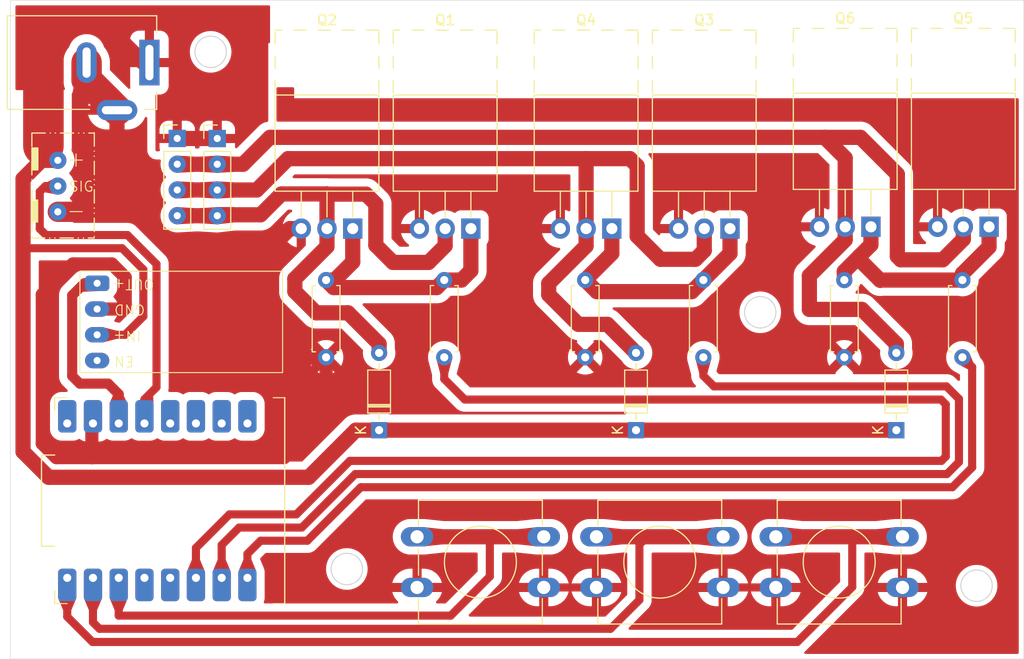
<source format=kicad_pcb>
(kicad_pcb (version 20240108) (generator "pcbnew") (generator_version "8.0")
  (layers (0 "F.Cu" signal) (31 "B.Cu" signal) (34 "B.Paste" user) (35 "F.Paste" user) (36 "B.SilkS" user "B.Silkscreen") (37 "F.SilkS" user "F.Silkscreen") (38 "B.Mask" user) (39 "F.Mask" user) (44 "Edge.Cuts" user))
  (net 0 "")
  (net 8 "GND")
  (net 9 "3v3_esp")
  (net 10 "Net-(Q1-G)")
  (net 11 "GPIO_5_BT")
  (net 12 "GPIO_10")
  (net 13 "GPIO_20")
  (net 14 "GPIO_7_BT")
  (net 15 "GPIO_21")
  (net 16 "GPIO_6_BT")
  (net 17 "VIN_5-12V")
  (net 18 "RED-")
  (net 19 "Net-(Q3-G)")
  (net 20 "Net-(Q5-G)")
  (net 21 "Green-")
  (net 22 "BLUE-")
  (net 23 "GPIO_4")
  (footprint "Connector_PinHeader_2.54mm:PinHeader_1x04_P2.54mm_Vertical" (layer "F.Cu") (at 108.166 87.237)
    (property "Reference" "J4" (hide yes))
    (property "Value" "Conn_01x04_Socket")
    (pad "1" thru_hole rect (at 0 0) (size 1.7 1.7) (drill 0.7) (layers "*.Cu" "*.Mask") (net 17 "VIN_5-12V"))
    (pad "2" thru_hole oval (at 0 2.54) (size 1.7 1.7) (drill 0.7) (layers "*.Cu" "*.Mask") (net 21 "Green-"))
    (pad "3" thru_hole oval (at 0 5.08) (size 1.7 1.7) (drill 0.7) (layers "*.Cu" "*.Mask") (net 18 "RED-"))
    (pad "4" thru_hole oval (at 0 7.62) (size 1.7 1.7) (drill 0.7) (layers "*.Cu" "*.Mask") (net 22 "BLUE-"))
  )
  (footprint "Diode_THT:D_DO-35_SOD27_P7.62mm_Horizontal" (layer "F.Cu") (at 153.435 116.02 90)
    (property "Reference" "D2" (hide yes))
    (property "Value" "SEAN_D")
    (fp_text user "K" (at 0 -1.8 -90) (layer "F.SilkS"))
    (pad "1" thru_hole rect (at 0 0 90) (size 1.6 1.6) (drill 0.8) (layers "*.Cu" "*.Mask") (net 17 "VIN_5-12V"))
    (pad "2" thru_hole oval (at 7.62 0 90) (size 1.6 1.6) (drill 0.8) (layers "*.Cu" "*.Mask") (net 18 "RED-"))
  )
  (footprint "Button_Switch_THT:SW_PUSH-12mm" (layer "F.Cu") (at 149.53 126.54)
    (property "Reference" "SW2" (hide yes))
    (property "Value" "SW_Push")
    (pad "1" thru_hole oval (at 0 0) (size 3.2 1.9) (drill 1.3) (layers "*.Cu" "*.Mask") (net 16 "GPIO_6_BT"))
    (pad "1" thru_hole oval (at 12.5 0) (size 3.2 1.9) (drill 1.3) (layers "*.Cu" "*.Mask") (net 16 "GPIO_6_BT"))
    (pad "2" thru_hole oval (at 0 5) (size 3.2 1.9) (drill 1.3) (layers "*.Cu" "*.Mask") (net 8 "GND"))
    (pad "2" thru_hole oval (at 12.5 5) (size 3.2 1.9) (drill 1.3) (layers "*.Cu" "*.Mask") (net 8 "GND"))
  )
  (footprint "Package_TO_SOT_THT:TO-220-3_Horizontal_TabUp" (layer "F.Cu") (at 162.707 96.13 180)
    (property "Reference" "Q3" (at 2.54 20.58 180) (layer "F.SilkS"))
    (property "Value" "IRF3205")
    (pad "" np_thru_hole oval (at 2.54 16.66 180) (size 3.5 3.5) (drill 3.5) (layers "*.Cu" "*.Mask"))
    (pad "1" thru_hole rect (at 0 0 180) (size 1.905 2) (drill 1.1) (layers "*.Cu" "*.Mask") (net 19 "Net-(Q3-G)"))
    (pad "2" thru_hole oval (at 2.54 0 180) (size 1.905 2) (drill 1.1) (layers "*.Cu" "*.Mask") (net 18 "RED-"))
    (pad "3" thru_hole oval (at 5.08 0 180) (size 1.905 2) (drill 1.1) (layers "*.Cu" "*.Mask") (net 8 "GND"))
  )
  (footprint "Package_TO_SOT_THT:TO-220-3_Horizontal_TabUp" (layer "F.Cu") (at 176.615 95.955 180)
    (property "Reference" "Q6" (at 2.54 20.58 180) (layer "F.SilkS"))
    (property "Value" "IRF3205")
    (pad "" np_thru_hole oval (at 2.54 16.66 180) (size 3.5 3.5) (drill 3.5) (layers "*.Cu" "*.Mask"))
    (pad "1" thru_hole rect (at 0 0 180) (size 1.905 2) (drill 1.1) (layers "*.Cu" "*.Mask") (net 20 "Net-(Q5-G)"))
    (pad "2" thru_hole oval (at 2.54 0 180) (size 1.905 2) (drill 1.1) (layers "*.Cu" "*.Mask") (net 21 "Green-"))
    (pad "3" thru_hole oval (at 5.08 0 180) (size 1.905 2) (drill 1.1) (layers "*.Cu" "*.Mask") (net 8 "GND"))
  )
  (footprint "Connector_PinHeader_2.54mm:PinHeader_1x04_P2.54mm_Vertical" (layer "F.Cu") (at 112.115 87.242)
    (property "Reference" "J3" (hide yes))
    (property "Value" "Conn_01x04_Socket")
    (pad "1" thru_hole rect (at 0 0) (size 1.7 1.7) (drill 0.7) (layers "*.Cu" "*.Mask") (net 17 "VIN_5-12V"))
    (pad "2" thru_hole oval (at 0 2.54) (size 1.7 1.7) (drill 0.7) (layers "*.Cu" "*.Mask") (net 21 "Green-"))
    (pad "3" thru_hole oval (at 0 5.08) (size 1.7 1.7) (drill 0.7) (layers "*.Cu" "*.Mask") (net 18 "RED-"))
    (pad "4" thru_hole oval (at 0 7.62) (size 1.7 1.7) (drill 0.7) (layers "*.Cu" "*.Mask") (net 22 "BLUE-"))
  )
  (footprint "SEAN_connect:SEAN_Neopixel" (layer "F.Cu") (at 96.38 86.855)
    (property "Reference" "J2" (hide yes))
    (property "Value" "SEAN_Neopixel")
    (fp_text user "SIG" (at 1.0414 5.715 0) (layer "F.SilkS") (effects (font (thickness 0.1)) (justify left bottom)))
    (pad "1" thru_hole oval (at 0 7.62) (size 1.7 1.7) (drill 0.7) (layers "*.Cu" "*.Mask") (net 8 "GND"))
    (pad "2" thru_hole oval (at 0 5.08) (size 1.7 1.7) (drill 0.7) (layers "*.Cu" "*.Mask") (net 23 "GPIO_4"))
    (pad "3" thru_hole oval (at 0 2.54) (size 1.7 1.7) (drill 0.7) (layers "*.Cu" "*.Mask") (net 17 "VIN_5-12V"))
  )
  (footprint "Button_Switch_THT:SW_PUSH-12mm" (layer "F.Cu") (at 167.23 126.54)
    (property "Reference" "SW3" (hide yes))
    (property "Value" "SW_Push")
    (pad "1" thru_hole oval (at 0 0) (size 3.2 1.9) (drill 1.3) (layers "*.Cu" "*.Mask") (net 11 "GPIO_5_BT"))
    (pad "1" thru_hole oval (at 12.5 0) (size 3.2 1.9) (drill 1.3) (layers "*.Cu" "*.Mask") (net 11 "GPIO_5_BT"))
    (pad "2" thru_hole oval (at 0 5) (size 3.2 1.9) (drill 1.3) (layers "*.Cu" "*.Mask") (net 8 "GND"))
    (pad "2" thru_hole oval (at 12.5 5) (size 3.2 1.9) (drill 1.3) (layers "*.Cu" "*.Mask") (net 8 "GND"))
  )
  (footprint "SEAN_POWER:SEAN_BUCK_Mini_3A_V2" (layer "F.Cu") (at 108.56 105.37 90)
    (property "Reference" "U2" (hide yes))
    (property "Value" "~")
    (fp_text user "EN" (at -3.27 -4.6 180) (layer "F.SilkS") (effects (font (thickness 0.1)) (justify left bottom)))
    (fp_text user "OUT+" (at 4.33 -2.6 180) (layer "F.SilkS") (effects (font (thickness 0.1)) (justify left bottom)))
    (fp_text user "GND" (at 1.83 -3.5 180) (layer "F.SilkS") (effects (font (thickness 0.1)) (justify left bottom)))
    (fp_text user "IN+" (at -0.77 -3.9 180) (layer "F.SilkS") (effects (font (thickness 0.1)) (justify left bottom)))
    (pad "1" thru_hole oval (at -3.78 -8.3 180) (size 2.4 1.524) (drill 0.7) (layers "*.Cu" "*.Mask"))
    (pad "2" thru_hole oval (at -1.24 -8.3 180) (size 2.4 1.524) (drill 0.7) (layers "*.Cu" "*.Mask") (net 17 "VIN_5-12V"))
    (pad "3" thru_hole oval (at 1.3 -8.3 180) (size 2.4 1.524) (drill 0.7) (layers "*.Cu" "*.Mask") (net 8 "GND"))
    (pad "4" thru_hole roundrect (at 3.84 -8.3 180) (size 2.4 1.524) (drill 0.7) (layers "*.Cu" "*.Mask") (net 9 "3v3_esp"))
  )
  (footprint "Package_TO_SOT_THT:TO-220-3_Horizontal_TabUp" (layer "F.Cu") (at 188.268676 95.955 180)
    (property "Reference" "Q5" (at 2.54 20.58 180) (layer "F.SilkS"))
    (property "Value" "IRF3205")
    (pad "" np_thru_hole oval (at 2.54 16.66 180) (size 3.5 3.5) (drill 3.5) (layers "*.Cu" "*.Mask"))
    (pad "1" thru_hole rect (at 0 0 180) (size 1.905 2) (drill 1.1) (layers "*.Cu" "*.Mask") (net 20 "Net-(Q5-G)"))
    (pad "2" thru_hole oval (at 2.54 0 180) (size 1.905 2) (drill 1.1) (layers "*.Cu" "*.Mask") (net 21 "Green-"))
    (pad "3" thru_hole oval (at 5.08 0 180) (size 1.905 2) (drill 1.1) (layers "*.Cu" "*.Mask") (net 8 "GND"))
  )
  (footprint "Resistor_THT:R_Axial_DIN0207_L6.3mm_D2.5mm_P7.62mm_Horizontal" (layer "F.Cu") (at 148.419324 108.83 90)
    (property "Reference" "R4" (hide yes))
    (property "Value" "10K")
    (pad "1" thru_hole circle (at 0 0 90) (size 1.6 1.6) (drill 0.8) (layers "*.Cu" "*.Mask") (net 8 "GND"))
    (pad "2" thru_hole oval (at 7.62 0 90) (size 1.6 1.6) (drill 0.8) (layers "*.Cu" "*.Mask") (net 19 "Net-(Q3-G)"))
  )
  (footprint "Resistor_THT:R_Axial_DIN0207_L6.3mm_D2.5mm_P7.62mm_Horizontal" (layer "F.Cu") (at 160.078324 108.83 90)
    (property "Reference" "R3" (hide yes))
    (property "Value" "100")
    (pad "1" thru_hole circle (at 0 0 90) (size 1.6 1.6) (drill 0.8) (layers "*.Cu" "*.Mask") (net 13 "GPIO_20"))
    (pad "2" thru_hole oval (at 7.62 0 90) (size 1.6 1.6) (drill 0.8) (layers "*.Cu" "*.Mask") (net 19 "Net-(Q3-G)"))
  )
  (footprint "Resistor_THT:R_Axial_DIN0207_L6.3mm_D2.5mm_P7.62mm_Horizontal" (layer "F.Cu") (at 134.511324 108.83 90)
    (property "Reference" "R2" (hide yes))
    (property "Value" "100")
    (pad "1" thru_hole circle (at 0 0 90) (size 1.6 1.6) (drill 0.8) (layers "*.Cu" "*.Mask") (net 12 "GPIO_10"))
    (pad "2" thru_hole oval (at 7.62 0 90) (size 1.6 1.6) (drill 0.8) (layers "*.Cu" "*.Mask") (net 10 "Net-(Q1-G)"))
  )
  (footprint "Resistor_THT:R_Axial_DIN0207_L6.3mm_D2.5mm_P7.62mm_Horizontal" (layer "F.Cu") (at 122.852324 108.83 90)
    (property "Reference" "R1" (hide yes))
    (property "Value" "10K")
    (pad "1" thru_hole circle (at 0 0 90) (size 1.6 1.6) (drill 0.8) (layers "*.Cu" "*.Mask") (net 8 "GND"))
    (pad "2" thru_hole oval (at 7.62 0 90) (size 1.6 1.6) (drill 0.8) (layers "*.Cu" "*.Mask") (net 10 "Net-(Q1-G)"))
  )
  (footprint "Resistor_THT:R_Axial_DIN0207_L6.3mm_D2.5mm_P7.62mm_Horizontal" (layer "F.Cu") (at 173.986324 108.83 90)
    (property "Reference" "R6" (hide yes))
    (property "Value" "10K")
    (pad "1" thru_hole circle (at 0 0 90) (size 1.6 1.6) (drill 0.8) (layers "*.Cu" "*.Mask") (net 8 "GND"))
    (pad "2" thru_hole oval (at 7.62 0 90) (size 1.6 1.6) (drill 0.8) (layers "*.Cu" "*.Mask") (net 20 "Net-(Q5-G)"))
  )
  (footprint "SEAN_POWER:SEAN_Jack_DC_5,5_uno_" (layer "F.Cu") (at 105.42 79.75)
    (property "Reference" "J1" (hide yes))
    (property "Value" "SEAN_Jack_DC_5,5_uno")
    (pad "1" thru_hole rect (at 0 0) (size 2 4.5) (drill oval 0.8 3.5) (layers "*.Cu" "*.Mask") (net 17 "VIN_5-12V"))
    (pad "2" thru_hole oval (at -6.2 0) (size 2 4) (drill oval 0.8 3) (layers "*.Cu" "*.Mask") (net 8 "GND"))
    (pad "3" thru_hole oval (at -3.2 4.7 90) (size 2 4) (drill oval 0.8 3) (layers "*.Cu" "*.Mask") (net 8 "GND"))
  )
  (footprint "Package_TO_SOT_THT:TO-220-3_Horizontal_TabUp" (layer "F.Cu") (at 125.481 96.13 180)
    (property "Reference" "Q2" (at 2.54 20.58 180) (layer "F.SilkS"))
    (property "Value" "IRF3205")
    (pad "" np_thru_hole oval (at 2.54 16.66 180) (size 3.5 3.5) (drill 3.5) (layers "*.Cu" "*.Mask"))
    (pad "1" thru_hole rect (at 0 0 180) (size 1.905 2) (drill 1.1) (layers "*.Cu" "*.Mask") (net 10 "Net-(Q1-G)"))
    (pad "2" thru_hole oval (at 2.54 0 180) (size 1.905 2) (drill 1.1) (layers "*.Cu" "*.Mask") (net 22 "BLUE-"))
    (pad "3" thru_hole oval (at 5.08 0 180) (size 1.905 2) (drill 1.1) (layers "*.Cu" "*.Mask") (net 8 "GND"))
  )
  (footprint "Button_Switch_THT:SW_PUSH-12mm" (layer "F.Cu") (at 131.83 126.54)
    (property "Reference" "SW1" (hide yes))
    (property "Value" "SW_Push")
    (pad "1" thru_hole oval (at 0 0) (size 3.2 1.9) (drill 1.3) (layers "*.Cu" "*.Mask") (net 14 "GPIO_7_BT"))
    (pad "1" thru_hole oval (at 12.5 0) (size 3.2 1.9) (drill 1.3) (layers "*.Cu" "*.Mask") (net 14 "GPIO_7_BT"))
    (pad "2" thru_hole oval (at 0 5) (size 3.2 1.9) (drill 1.3) (layers "*.Cu" "*.Mask") (net 8 "GND"))
    (pad "2" thru_hole oval (at 12.5 5) (size 3.2 1.9) (drill 1.3) (layers "*.Cu" "*.Mask") (net 8 "GND"))
  )
  (footprint "Resistor_THT:R_Axial_DIN0207_L6.3mm_D2.5mm_P7.62mm_Horizontal" (layer "F.Cu") (at 185.64 108.83 90)
    (property "Reference" "R5" (hide yes))
    (property "Value" "100")
    (pad "1" thru_hole circle (at 0 0 90) (size 1.6 1.6) (drill 0.8) (layers "*.Cu" "*.Mask") (net 15 "GPIO_21"))
    (pad "2" thru_hole oval (at 7.62 0 90) (size 1.6 1.6) (drill 0.8) (layers "*.Cu" "*.Mask") (net 20 "Net-(Q5-G)"))
  )
  (footprint "Diode_THT:D_DO-35_SOD27_P7.62mm_Horizontal" (layer "F.Cu") (at 128.085 116.02 90)
    (property "Reference" "D1" (hide yes))
    (property "Value" "SEAN_D")
    (fp_text user "K" (at 0 -1.8 -90) (layer "F.SilkS"))
    (pad "1" thru_hole rect (at 0 0 90) (size 1.6 1.6) (drill 0.8) (layers "*.Cu" "*.Mask") (net 17 "VIN_5-12V"))
    (pad "2" thru_hole oval (at 7.62 0 90) (size 1.6 1.6) (drill 0.8) (layers "*.Cu" "*.Mask") (net 22 "BLUE-"))
  )
  (footprint "Package_TO_SOT_THT:TO-220-3_Horizontal_TabUp" (layer "F.Cu") (at 151.048 96.13 180)
    (property "Reference" "Q4" (at 2.54 20.58 180) (layer "F.SilkS"))
    (property "Value" "IRF3205")
    (pad "" np_thru_hole oval (at 2.54 16.66 180) (size 3.5 3.5) (drill 3.5) (layers "*.Cu" "*.Mask"))
    (pad "1" thru_hole rect (at 0 0 180) (size 1.905 2) (drill 1.1) (layers "*.Cu" "*.Mask") (net 19 "Net-(Q3-G)"))
    (pad "2" thru_hole oval (at 2.54 0 180) (size 1.905 2) (drill 1.1) (layers "*.Cu" "*.Mask") (net 18 "RED-"))
    (pad "3" thru_hole oval (at 5.08 0 180) (size 1.905 2) (drill 1.1) (layers "*.Cu" "*.Mask") (net 8 "GND"))
  )
  (footprint "SEAN_ESP:SEAN_ESP32-C3_SUPERMINI_hold" (layer "F.Cu") (at 106.2 122.975 90)
    (property "Reference" "U1" (hide yes))
    (property "Value" "SEAN_ESP32-C3_SUPERMINI")
    (pad "0" thru_hole roundrect (at 7.62 8.89 90) (size 3.2 1.8) (drill 0.8 (offset 0.7 0)) (layers "*.Cu" "*.Mask") (roundrect_rratio 0.2222222222))
    (pad "1" thru_hole roundrect (at 7.62 6.35 90) (size 3.2 1.8) (drill 0.8 (offset 0.7 0)) (layers "*.Cu" "*.Mask") (roundrect_rratio 0.2099737533))
    (pad "2" thru_hole roundrect (at 7.62 3.81 90) (size 3.2 1.8) (drill 0.8 (offset 0.7 0)) (layers "*.Cu" "*.Mask") (roundrect_rratio 0.2099737533))
    (pad "3" thru_hole roundrect (at 7.62 1.27 90) (size 3.2 1.8) (drill 0.8 (offset 0.7 0)) (layers "*.Cu" "*.Mask") (roundrect_rratio 0.2099737533))
    (pad "3.3" thru_hole roundrect (at 7.62 -3.81 90) (size 3.2 1.8) (drill 0.8 (offset 0.7 0)) (layers "*.Cu" "*.Mask") (roundrect_rratio 0.2099737533) (net 9 "3v3_esp"))
    (pad "4" thru_hole roundrect (at 7.62 -1.27 90) (size 3.2 1.8) (drill 0.8 (offset 0.7 0)) (layers "*.Cu" "*.Mask") (roundrect_rratio 0.2099737533) (net 23 "GPIO_4"))
    (pad "5" thru_hole roundrect (at -7.62 -8.89 90) (size 3.2 1.8) (drill 0.8 (offset -0.7 0)) (layers "*.Cu" "*.Mask") (roundrect_rratio 0.2099737533) (net 11 "GPIO_5_BT"))
    (pad "5V" thru_hole roundrect (at 7.62 -8.89 90) (size 3.2 1.8) (drill 0.8 (offset 0.7 0)) (layers "*.Cu" "*.Mask") (roundrect_rratio 0.2099737533))
    (pad "6" thru_hole roundrect (at -7.62 -6.35 90) (size 3.2 1.8) (drill 0.8 (offset -0.7 0)) (layers "*.Cu" "*.Mask") (roundrect_rratio 0.2099737533) (net 16 "GPIO_6_BT"))
    (pad "7" thru_hole roundrect (at -7.62 -3.81 90) (size 3.2 1.8) (drill 0.8 (offset -0.7 0)) (layers "*.Cu" "*.Mask") (roundrect_rratio 0.2099737533) (net 14 "GPIO_7_BT"))
    (pad "8" thru_hole roundrect (at -7.62 -1.27 90) (size 3.2 1.8) (drill 0.8 (offset -0.7 0)) (layers "*.Cu" "*.Mask") (roundrect_rratio 0.2099737533))
    (pad "9" thru_hole roundrect (at -7.62 1.27 90) (size 3.2 1.8) (drill 0.8 (offset -0.7 0)) (layers "*.Cu" "*.Mask") (roundrect_rratio 0.2099737533))
    (pad "10" thru_hole roundrect (at -7.62 3.81 90) (size 3.2 1.8) (drill 0.8 (offset -0.7 0)) (layers "*.Cu" "*.Mask") (roundrect_rratio 0.2099737533) (net 12 "GPIO_10"))
    (pad "20" thru_hole roundrect (at -7.62 6.35 90) (size 3.2 1.8) (drill 0.8 (offset -0.7 0)) (layers "*.Cu" "*.Mask") (roundrect_rratio 0.2099737533) (net 13 "GPIO_20"))
    (pad "21" thru_hole roundrect (at -7.62 8.89 90) (size 3.2 1.8) (drill 0.8 (offset -0.7 0)) (layers "*.Cu" "*.Mask") (roundrect_rratio 0.2099737533) (net 15 "GPIO_21"))
    (pad "G" thru_hole roundrect (at 7.62 -6.35 90) (size 3.2 1.8) (drill 0.8 (offset 0.7 0)) (layers "*.Cu" "*.Mask") (roundrect_rratio 0.2099737533) (net 8 "GND"))
  )
  (footprint "Package_TO_SOT_THT:TO-220-3_Horizontal_TabUp" (layer "F.Cu") (at 137.14 96.13 180)
    (property "Reference" "Q1" (at 2.54 20.58 180) (layer "F.SilkS"))
    (property "Value" "IRF3205")
    (pad "" np_thru_hole oval (at 2.54 16.66 180) (size 3.5 3.5) (drill 3.5) (layers "*.Cu" "*.Mask"))
    (pad "1" thru_hole rect (at 0 0 180) (size 1.905 2) (drill 1.1) (layers "*.Cu" "*.Mask") (net 10 "Net-(Q1-G)"))
    (pad "2" thru_hole oval (at 2.54 0 180) (size 1.905 2) (drill 1.1) (layers "*.Cu" "*.Mask") (net 22 "BLUE-"))
    (pad "3" thru_hole oval (at 5.08 0 180) (size 1.905 2) (drill 1.1) (layers "*.Cu" "*.Mask") (net 8 "GND"))
  )
  (footprint "Diode_THT:D_DO-35_SOD27_P7.62mm_Horizontal" (layer "F.Cu") (at 179.12 116.02 90)
    (property "Reference" "D3" (hide yes))
    (property "Value" "SEAN_D")
    (fp_text user "K" (at 0 -1.8 -90) (layer "F.SilkS"))
    (pad "1" thru_hole rect (at 0 0 90) (size 1.6 1.6) (drill 0.8) (layers "*.Cu" "*.Mask") (net 17 "VIN_5-12V"))
    (pad "2" thru_hole oval (at 7.62 0 90) (size 1.6 1.6) (drill 0.8) (layers "*.Cu" "*.Mask") (net 21 "Green-"))
  )
  (gr_rect (start 91.7 73.6) (end 191.7 138.6) (stroke (width 0.05)) (fill none) (layer "Edge.Cuts"))
  (gr_circle (center 165.69 104.39) (end 167.24 104.39) (stroke (width 0.1)) (fill none) (layer "Edge.Cuts"))
  (gr_circle (center 187.038509 131.368509) (end 188.588509 131.368509) (stroke (width 0.1)) (fill none) (layer "Edge.Cuts"))
  (gr_circle (center 124.9 129.72) (end 126.45 129.72) (stroke (width 0.1)) (fill none) (layer "Edge.Cuts"))
  (gr_circle (center 111.46 78.69) (end 113.01 78.69) (stroke (width 0.1)) (fill none) (layer "Edge.Cuts"))
  (segment (start 120.401 96.13) (end 119.28 96.13) (width 1.5) (layer "F.Cu") (net 8))
  (segment (start 115.57 108.08) (end 116.32 108.83) (width 1.5) (layer "F.Cu") (net 8))
  (segment (start 94.85 102.64) (end 94.85 117.35) (width 1.3) (layer "F.Cu") (net 8))
  (segment (start 103.032053 103.557947) (end 103.032053 100.936893) (width 1.3) (layer "F.Cu") (net 8))
  (segment (start 162.03 131.54) (end 167.23 131.54) (width 0.8) (layer "F.Cu") (net 8))
  (segment (start 99.74 118.73) (end 118.709542 118.73) (width 1.3) (layer "F.Cu") (net 8))
  (segment (start 118.709542 118.73) (end 122.852324 114.587218) (width 1.3) (layer "F.Cu") (net 8))
  (segment (start 100.26 104.07) (end 102.52 104.07) (width 1.3) (layer "F.Cu") (net 8))
  (segment (start 144.33 131.54) (end 149.53 131.54) (width 0.8) (layer "F.Cu") (net 8))
  (segment (start 102.22 84.45) (end 102.22 92.767081) (width 1.5) (layer "F.Cu") (net 8))
  (segment (start 103.032053 100.936893) (end 101.71316 99.618) (width 1.3) (layer "F.Cu") (net 8))
  (segment (start 115.57 99.84) (end 115.57 108.08) (width 1.5) (layer "F.Cu") (net 8))
  (segment (start 101.71316 99.618) (end 97.872 99.618) (width 1.3) (layer "F.Cu") (net 8))
  (segment (start 97.872 99.618) (end 94.85 102.64) (width 1.3) (layer "F.Cu") (net 8))
  (segment (start 116.32 108.83) (end 122.852324 108.83) (width 1.5) (layer "F.Cu") (net 8))
  (segment (start 102.52 104.07) (end 103.032053 103.557947) (width 1.3) (layer "F.Cu") (net 8))
  (segment (start 99.22 81.45) (end 102.22 84.45) (width 3) (layer "F.Cu") (net 8))
  (segment (start 94.85 117.35) (end 96.23 118.73) (width 1.3) (layer "F.Cu") (net 8))
  (segment (start 99.74 115.465) (end 99.85 115.355) (width 1.3) (layer "F.Cu") (net 8))
  (segment (start 122.852324 114.587218) (end 122.852324 108.83) (width 1.3) (layer "F.Cu") (net 8))
  (segment (start 100.512081 94.475) (end 96.38 94.475) (width 2) (layer "F.Cu") (net 8))
  (segment (start 99.74 118.73) (end 99.74 115.465) (width 1.3) (layer "F.Cu") (net 8))
  (segment (start 102.22 92.767081) (end 100.512081 94.475) (width 1.5) (layer "F.Cu") (net 8))
  (segment (start 99.22 79.75) (end 99.22 81.45) (width 3) (layer "F.Cu") (net 8))
  (segment (start 119.28 96.13) (end 115.57 99.84) (width 1.5) (layer "F.Cu") (net 8))
  (segment (start 96.23 118.73) (end 99.74 118.73) (width 1.3) (layer "F.Cu") (net 8))
  (segment (start 98.990156 101.53) (end 97.8 102.720156) (width 1) (layer "F.Cu") (net 9))
  (segment (start 102.39 112.47) (end 102.39 115.355) (width 1) (layer "F.Cu") (net 9))
  (segment (start 100.26 101.53) (end 98.990156 101.53) (width 1) (layer "F.Cu") (net 9))
  (segment (start 97.8 102.720156) (end 97.8 110.68) (width 1) (layer "F.Cu") (net 9))
  (segment (start 98.55 111.43) (end 101.35 111.43) (width 1) (layer "F.Cu") (net 9))
  (segment (start 97.8 110.68) (end 98.55 111.43) (width 1) (layer "F.Cu") (net 9))
  (segment (start 101.35 111.43) (end 102.39 112.47) (width 1) (layer "F.Cu") (net 9))
  (segment (start 137.14 96.13) (end 137.14 100.28) (width 1.5) (layer "F.Cu") (net 10))
  (segment (start 136.21 101.21) (end 134.511324 101.21) (width 1.5) (layer "F.Cu") (net 10))
  (segment (start 122.852324 101.21) (end 123.7 101.21) (width 1.5) (layer "F.Cu") (net 10))
  (segment (start 125.481 99.429) (end 125.481 96.13) (width 1.5) (layer "F.Cu") (net 10))
  (segment (start 137.14 100.28) (end 136.21 101.21) (width 1.5) (layer "F.Cu") (net 10))
  (segment (start 134.511324 101.21) (end 133.771324 101.95) (width 1.5) (layer "F.Cu") (net 10))
  (segment (start 123.7 101.21) (end 125.481 99.429) (width 1.5) (layer "F.Cu") (net 10))
  (segment (start 133.771324 101.95) (end 123.592324 101.95) (width 1.5) (layer "F.Cu") (net 10))
  (segment (start 123.592324 101.95) (end 122.852324 101.21) (width 1.5) (layer "F.Cu") (net 10))
  (segment (start 169.35 136.92) (end 174.77 131.5) (width 0.8) (layer "F.Cu") (net 11))
  (segment (start 97.31 130.595) (end 97.31 134.43) (width 0.8) (layer "F.Cu") (net 11))
  (segment (start 97.31 134.43) (end 99.8 136.92) (width 0.8) (layer "F.Cu") (net 11))
  (segment (start 167.23 126.54) (end 179.73 126.54) (width 1.5) (layer "F.Cu") (net 11))
  (segment (start 174.77 131.5) (end 174.77 126.54) (width 0.8) (layer "F.Cu") (net 11))
  (segment (start 99.8 136.92) (end 169.35 136.92) (width 0.8) (layer "F.Cu") (net 11))
  (segment (start 110.01 127.64) (end 110.01 130.595) (width 0.8) (layer "F.Cu") (net 12))
  (segment (start 113.32 124.33) (end 110.01 127.64) (width 0.8) (layer "F.Cu") (net 12))
  (segment (start 184 118.625) (end 183.575 119.05) (width 0.8) (layer "F.Cu") (net 12))
  (segment (start 183.575 119.05) (end 125.2 119.05) (width 0.8) (layer "F.Cu") (net 12))
  (segment (start 134.511324 108.83) (end 134.511324 110.971324) (width 0.8) (layer "F.Cu") (net 12))
  (segment (start 184 113.475) (end 184 118.625) (width 0.8) (layer "F.Cu") (net 12))
  (segment (start 119.92 124.33) (end 113.32 124.33) (width 0.8) (layer "F.Cu") (net 12))
  (segment (start 136.54 113) (end 183.525 113) (width 0.8) (layer "F.Cu") (net 12))
  (segment (start 183.525 113) (end 184 113.475) (width 0.8) (layer "F.Cu") (net 12))
  (segment (start 134.511324 110.971324) (end 136.54 113) (width 0.8) (layer "F.Cu") (net 12))
  (segment (start 125.2 119.05) (end 119.92 124.33) (width 0.8) (layer "F.Cu") (net 12))
  (segment (start 185.3 119.163478) (end 184.113478 120.35) (width 0.8) (layer "F.Cu") (net 13))
  (segment (start 184.113478 120.35) (end 125.738478 120.35) (width 0.8) (layer "F.Cu") (net 13))
  (segment (start 184.063478 111.7) (end 185.3 112.936522) (width 0.8) (layer "F.Cu") (net 13))
  (segment (start 161.12 111.7) (end 184.063478 111.7) (width 0.8) (layer "F.Cu") (net 13))
  (segment (start 160.078324 108.83) (end 160.078324 110.658324) (width 0.8) (layer "F.Cu") (net 13))
  (segment (start 114.27 125.63) (end 112.55 127.35) (width 0.8) (layer "F.Cu") (net 13))
  (segment (start 160.078324 110.658324) (end 161.12 111.7) (width 0.8) (layer "F.Cu") (net 13))
  (segment (start 113.05 130.51) (end 113.055 130.515) (width 0.8) (layer "F.Cu") (net 13))
  (segment (start 125.738478 120.35) (end 120.458478 125.63) (width 0.8) (layer "F.Cu") (net 13))
  (segment (start 112.55 127.35) (end 112.55 130.595) (width 0.8) (layer "F.Cu") (net 13))
  (segment (start 185.3 112.936522) (end 185.3 119.163478) (width 0.8) (layer "F.Cu") (net 13))
  (segment (start 120.458478 125.63) (end 114.27 125.63) (width 0.8) (layer "F.Cu") (net 13))
  (segment (start 139.01 130.46) (end 139.01 126.54) (width 0.8) (layer "F.Cu") (net 14))
  (segment (start 144.33 126.54) (end 131.83 126.54) (width 1.5) (layer "F.Cu") (net 14))
  (segment (start 135.15 134.32) (end 139.01 130.46) (width 0.8) (layer "F.Cu") (net 14))
  (segment (start 102.39 134.32) (end 135.15 134.32) (width 0.8) (layer "F.Cu") (net 14))
  (segment (start 102.39 130.595) (end 102.39 134.32) (width 0.8) (layer "F.Cu") (net 14))
  (segment (start 184.651956 121.65) (end 126.276956 121.65) (width 0.8) (layer "F.Cu") (net 15))
  (segment (start 186.6 119.701956) (end 184.651956 121.65) (width 0.8) (layer "F.Cu") (net 15))
  (segment (start 185.64 108.83) (end 186.6 109.79) (width 0.8) (layer "F.Cu") (net 15))
  (segment (start 126.276956 121.65) (end 120.996956 126.93) (width 0.8) (layer "F.Cu") (net 15))
  (segment (start 115.09 128.23) (end 115.09 130.595) (width 0.8) (layer "F.Cu") (net 15))
  (segment (start 116.39 126.93) (end 115.09 128.23) (width 0.8) (layer "F.Cu") (net 15))
  (segment (start 186.6 109.79) (end 186.6 119.701956) (width 0.8) (layer "F.Cu") (net 15))
  (segment (start 120.996956 126.93) (end 116.39 126.93) (width 0.8) (layer "F.Cu") (net 15))
  (segment (start 154.53 126.54) (end 156.23 126.54) (width 0.8) (layer "F.Cu") (net 16))
  (segment (start 150.92 135.62) (end 153.77 132.77) (width 0.8) (layer "F.Cu") (net 16))
  (segment (start 153.77 132.77) (end 153.77 127.3) (width 0.8) (layer "F.Cu") (net 16))
  (segment (start 99.85 130.595) (end 99.85 134.98) (width 0.8) (layer "F.Cu") (net 16))
  (segment (start 99.85 134.98) (end 100.49 135.62) (width 0.8) (layer "F.Cu") (net 16))
  (segment (start 162.03 126.54) (end 149.53 126.54) (width 1.5) (layer "F.Cu") (net 16))
  (segment (start 100.49 135.62) (end 150.92 135.62) (width 0.8) (layer "F.Cu") (net 16))
  (segment (start 153.77 127.3) (end 154.53 126.54) (width 0.8) (layer "F.Cu") (net 16))
  (segment (start 96.24 76.01) (end 94.96 77.29) (width 1.5) (layer "F.Cu") (net 17))
  (segment (start 108.171 87.242) (end 108.166 87.237) (width 1.5) (layer "F.Cu") (net 17))
  (segment (start 92.95 91.22) (end 92.95 118.15) (width 1.5) (layer "F.Cu") (net 17))
  (segment (start 104.82 104.8) (end 103.01 106.61) (width 0.8) (layer "F.Cu") (net 17))
  (segment (start 105.42 79.75) (end 105.46 79.79) (width 1.5) (layer "F.Cu") (net 17))
  (segment (start 94.96 87.975) (end 96.38 89.395) (width 1.5) (layer "F.Cu") (net 17))
  (segment (start 112.115 87.242) (end 108.171 87.242) (width 1.5) (layer "F.Cu") (net 17))
  (segment (start 104.82 100.172808) (end 104.82 104.8) (width 0.8) (layer "F.Cu") (net 17))
  (segment (start 95.47 120.67) (end 121.135 120.67) (width 1.5) (layer "F.Cu") (net 17))
  (segment (start 102.715192 98.068) (end 104.82 100.172808) (width 0.8) (layer "F.Cu") (net 17))
  (segment (start 128.085 116.02) (end 179.12 116.02) (width 1.5) (layer "F.Cu") (net 17))
  (segment (start 103.01 106.61) (end 100.26 106.61) (width 0.8) (layer "F.Cu") (net 17))
  (segment (start 93.36 97.93) (end 93.498 98.068) (width 0.8) (layer "F.Cu") (net 17))
  (segment (start 93.498 98.068) (end 102.715192 98.068) (width 0.8) (layer "F.Cu") (net 17))
  (segment (start 104.81 79.75) (end 101.07 76.01) (width 1.5) (layer "F.Cu") (net 17))
  (segment (start 125.785 116.02) (end 128.085 116.02) (width 1.5) (layer "F.Cu") (net 17))
  (segment (start 121.135 120.67) (end 125.785 116.02) (width 1.5) (layer "F.Cu") (net 17))
  (segment (start 96.38 89.395) (end 94.775 89.395) (width 1.5) (layer "F.Cu") (net 17))
  (segment (start 105.42 79.75) (end 104.81 79.75) (width 1.5) (layer "F.Cu") (net 17))
  (segment (start 94.775 89.395) (end 92.95 91.22) (width 1.5) (layer "F.Cu") (net 17))
  (segment (start 94.96 77.29) (end 94.96 87.975) (width 4) (layer "F.Cu") (net 17))
  (segment (start 101.07 76.01) (end 96.24 76.01) (width 1.5) (layer "F.Cu") (net 17))
  (segment (start 92.95 118.15) (end 95.47 120.67) (width 1.5) (layer "F.Cu") (net 17))
  (segment (start 160.167 96.13) (end 160.167 98.292896) (width 1.5) (layer "F.Cu") (net 18))
  (segment (start 147.74 105.58) (end 150.615 105.58) (width 1.5) (layer "F.Cu") (net 18))
  (segment (start 148.508 96.13) (end 148.508 97.852) (width 1.5) (layer "F.Cu") (net 18))
  (segment (start 150.615 105.58) (end 153.435 108.4) (width 1.5) (layer "F.Cu") (net 18))
  (segment (start 152.83 89.23) (end 148.508 89.23) (width 1.5) (layer "F.Cu") (net 18))
  (segment (start 116.009572 92.322) (end 112.115 92.322) (width 1.5) (layer "F.Cu") (net 18))
  (segment (start 112.11 92.317) (end 112.115 92.322) (width 1.5) (layer "F.Cu") (net 18))
  (segment (start 148.508 89.23) (end 119.101572 89.23) (width 1.5) (layer "F.Cu") (net 18))
  (segment (start 155.84 99.16) (end 153.55 96.87) (width 1.5) (layer "F.Cu") (net 18))
  (segment (start 148.508 96.13) (end 148.508 89.23) (width 1.5) (layer "F.Cu") (net 18))
  (segment (start 119.101572 89.23) (end 116.009572 92.322) (width 1.5) (layer "F.Cu") (net 18))
  (segment (start 144.82 101.54) (end 144.82 102.66) (width 1.5) (layer "F.Cu") (net 18))
  (segment (start 159.299896 99.16) (end 155.84 99.16) (width 1.5) (layer "F.Cu") (net 18))
  (segment (start 144.82 102.66) (end 147.74 105.58) (width 1.5) (layer "F.Cu") (net 18))
  (segment (start 153.55 96.87) (end 153.55 89.95) (width 1.5) (layer "F.Cu") (net 18))
  (segment (start 148.508 97.852) (end 144.82 101.54) (width 1.5) (layer "F.Cu") (net 18))
  (segment (start 153.55 89.95) (end 152.83 89.23) (width 1.5) (layer "F.Cu") (net 18))
  (segment (start 108.166 92.317) (end 112.11 92.317) (width 1.5) (layer "F.Cu") (net 18))
  (segment (start 160.167 98.292896) (end 159.299896 99.16) (width 1.5) (layer "F.Cu") (net 18))
  (segment (start 158.938324 102.35) (end 149.559324 102.35) (width 1.5) (layer "F.Cu") (net 19))
  (segment (start 162.707 98.581324) (end 158.938324 102.35) (width 1.5) (layer "F.Cu") (net 19))
  (segment (start 162.707 96.13) (end 162.707 98.581324) (width 1.5) (layer "F.Cu") (net 19))
  (segment (start 149.559324 102.35) (end 148.419324 101.21) (width 1.5) (layer "F.Cu") (net 19))
  (segment (start 148.419324 101.21) (end 151.048 98.581324) (width 1.5) (layer "F.Cu") (net 19))
  (segment (start 151.048 98.581324) (end 151.048 96.13) (width 1.5) (layer "F.Cu") (net 19))
  (segment (start 175.49 98.85) (end 175.49 99.2) (width 1.5) (layer "F.Cu") (net 20))
  (segment (start 177.54 101.21) (end 177.52 101.23) (width 1.5) (layer "F.Cu") (net 20))
  (segment (start 176.615 97.725) (end 175.49 98.85) (width 1.5) (layer "F.Cu") (net 20))
  (segment (start 185.64 100.578676) (end 185.64 101.21) (width 1.5) (layer "F.Cu") (net 20))
  (segment (start 188.268676 97.95) (end 185.64 100.578676) (width 1.5) (layer "F.Cu") (net 20))
  (segment (start 176.615 95.955) (end 176.615 97.725) (width 1.5) (layer "F.Cu") (net 20))
  (segment (start 175.49 99.2) (end 177.52 101.23) (width 1.5) (layer "F.Cu") (net 20))
  (segment (start 173.986324 100.353676) (end 173.986324 101.21) (width 1.5) (layer "F.Cu") (net 20))
  (segment (start 175.49 98.85) (end 173.986324 100.353676) (width 1.5) (layer "F.Cu") (net 20))
  (segment (start 188.268676 95.955) (end 188.268676 97.95) (width 1.5) (layer "F.Cu") (net 20))
  (segment (start 185.64 101.21) (end 177.54 101.21) (width 1.5) (layer "F.Cu") (net 20))
  (segment (start 174.075 95.955) (end 174.075 89.165) (width 1.5) (layer "F.Cu") (net 21))
  (segment (start 108.171 89.782) (end 108.166 89.777) (width 1.5) (layer "F.Cu") (net 21))
  (segment (start 172.04 87.13) (end 117.311573 87.13) (width 1.5) (layer "F.Cu") (net 21))
  (segment (start 183.7 99.21) (end 179.56 99.21) (width 1.5) (layer "F.Cu") (net 21))
  (segment (start 174.075 97.245) (end 170.54 100.78) (width 1.5) (layer "F.Cu") (net 21))
  (segment (start 170.54 100.78) (end 170.54 104.105) (width 1.5) (layer "F.Cu") (net 21))
  (segment (start 179.56 99.21) (end 179.22 98.87) (width 1.5) (layer "F.Cu") (net 21))
  (segment (start 185.728676 95.955) (end 185.728676 97.181324) (width 1.5) (layer "F.Cu") (net 21))
  (segment (start 185.728676 97.181324) (end 183.7 99.21) (width 1.5) (layer "F.Cu") (net 21))
  (segment (start 174.075 89.165) (end 172.04 87.13) (width 1.5) (layer "F.Cu") (net 21))
  (segment (start 114.659573 89.782) (end 112.115 89.782) (width 1.5) (layer "F.Cu") (net 21))
  (segment (start 179.22 90.77) (end 175.58 87.13) (width 1.5) (layer "F.Cu") (net 21))
  (segment (start 174.075 95.955) (end 174.075 97.245) (width 1.5) (layer "F.Cu") (net 21))
  (segment (start 175.72 104.105) (end 179.12 107.505) (width 1.5) (layer "F.Cu") (net 21))
  (segment (start 112.115 89.782) (end 108.171 89.782) (width 1.5) (layer "F.Cu") (net 21))
  (segment (start 175.58 87.13) (end 172.04 87.13) (width 1.5) (layer "F.Cu") (net 21))
  (segment (start 117.311573 87.13) (end 114.659573 89.782) (width 1.5) (layer "F.Cu") (net 21))
  (segment (start 179.12 107.505) (end 179.12 108.4) (width 1.5) (layer "F.Cu") (net 21))
  (segment (start 179.22 98.87) (end 179.22 90.77) (width 1.5) (layer "F.Cu") (net 21))
  (segment (start 170.54 104.105) (end 175.72 104.105) (width 1.5) (layer "F.Cu") (net 21))
  (segment (start 122.941 92.71) (end 122.961 92.73) (width 1.5) (layer "F.Cu") (net 22))
  (segment (start 129.45 99.47) (end 132.96 99.47) (width 1.5) (layer "F.Cu") (net 22))
  (segment (start 122.941 96.13) (end 122.941 97.909) (width 1.5) (layer "F.Cu") (net 22))
  (segment (start 122.941 92.71) (end 118.45 92.71) (width 1.5) (layer "F.Cu") (net 22))
  (segment (start 132.96 99.47) (end 134.6 97.83) (width 1.5) (layer "F.Cu") (net 22))
  (segment (start 126.78 92.73) (end 127.76 93.71) (width 1.5) (layer "F.Cu") (net 22))
  (segment (start 119.77 102.34) (end 121.87 104.44) (width 1.5) (layer "F.Cu") (net 22))
  (segment (start 122.941 96.13) (end 122.941 92.71) (width 1.5) (layer "F.Cu") (net 22))
  (segment (start 128.085 107.505) (end 128.085 108.4) (width 1.5) (layer "F.Cu") (net 22))
  (segment (start 121.87 104.44) (end 125.02 104.44) (width 1.5) (layer "F.Cu") (net 22))
  (segment (start 127.76 97.78) (end 129.45 99.47) (width 1.5) (layer "F.Cu") (net 22))
  (segment (start 122.961 92.73) (end 126.78 92.73) (width 1.5) (layer "F.Cu") (net 22))
  (segment (start 127.76 93.71) (end 127.76 97.78) (width 1.5) (layer "F.Cu") (net 22))
  (segment (start 116.39 94.77) (end 112.207 94.77) (width 1.5) (layer "F.Cu") (net 22))
  (segment (start 119.77 101.08) (end 119.77 102.34) (width 1.5) (layer "F.Cu") (net 22))
  (segment (start 112.115 94.862) (end 108.171 94.862) (width 1.5) (layer "F.Cu") (net 22))
  (segment (start 118.45 92.71) (end 116.39 94.77) (width 1.5) (layer "F.Cu") (net 22))
  (segment (start 125.02 104.44) (end 128.085 107.505) (width 1.5) (layer "F.Cu") (net 22))
  (segment (start 122.941 97.909) (end 119.77 101.08) (width 1.5) (layer "F.Cu") (net 22))
  (segment (start 108.171 94.862) (end 108.166 94.857) (width 1.5) (layer "F.Cu") (net 22))
  (segment (start 134.6 97.83) (end 134.6 96.13) (width 1.5) (layer "F.Cu") (net 22))
  (segment (start 112.207 94.77) (end 112.115 94.862) (width 1.5) (layer "F.Cu") (net 22))
  (segment (start 94.6 92.49) (end 95.155 91.935) (width 0.8) (layer "F.Cu") (net 23))
  (segment (start 103.25367 96.768) (end 95.218 96.768) (width 0.8) (layer "F.Cu") (net 23))
  (segment (start 95.218 96.768) (end 94.6 96.15) (width 0.8) (layer "F.Cu") (net 23))
  (segment (start 106.12 99.63433) (end 103.25367 96.768) (width 0.8) (layer "F.Cu") (net 23))
  (segment (start 94.6 96.15) (end 94.6 92.49) (width 0.8) (layer "F.Cu") (net 23))
  (segment (start 104.93 112.97) (end 106.12 111.78) (width 0.8) (layer "F.Cu") (net 23))
  (segment (start 106.12 111.78) (end 106.12 99.63433) (width 0.8) (layer "F.Cu") (net 23))
  (segment (start 104.93 115.355) (end 104.93 112.97) (width 0.8) (layer "F.Cu") (net 23))
  (segment (start 95.155 91.935) (end 96.38 91.935) (width 0.8) (layer "F.Cu") (net 23))
  (zone (net 8) (net_name "GND") (layer "F.Cu") (connect_pads (clearance 0.8)) (min_thickness 0.25) (fill yes (thermal_gap 0.9) (thermal_bridge_width 0.9))
    (polygon (pts (xy 191.7 138.6) (xy 91.7 138.6) (xy 91.65 138.55) (xy 91.65 82.1816) (xy 119.7 82.1816) (xy 119.7 83.27) (xy 191.725 83.27) (xy 191.725 138.575)))
  )
  (zone (net 17) (net_name "VIN_5-12V") (layer "F.Cu") (priority 2) (connect_pads (clearance 0.8)) (min_thickness 0.25) (fill yes (thermal_gap 0.9) (thermal_bridge_width 0.9))
    (polygon (pts (xy 106.015 82.47) (xy 106.015 88.509) (xy 117.149374 88.509) (xy 117.149673 77.846494) (xy 117.324 77.846383) (xy 117.324 73.6) (xy 91.375 73.6) (xy 91.375 82.47)))
  )
)
</source>
